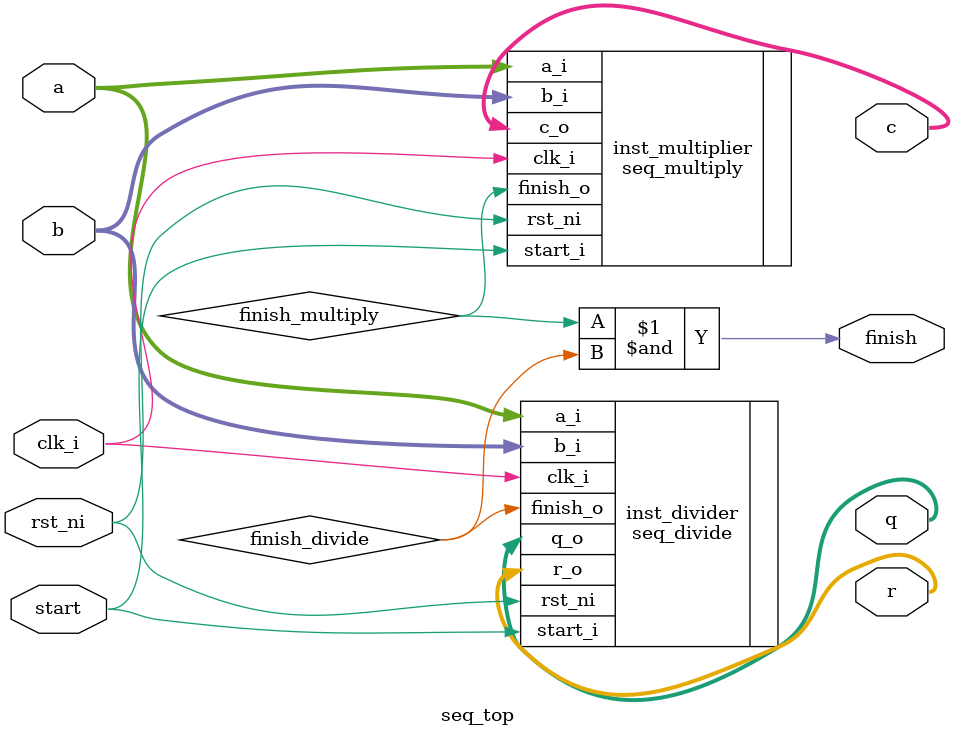
<source format=sv>

module seq_top #(
    parameter  int WidthA = 32,
    parameter  int WidthB = 32,
    localparam int WidthC = WidthA + WidthB
) (
    input               clk_i,
    input               rst_ni,

    input  [WidthA-1:0] a,
    input  [WidthA-1:0] b,
    input               start,

    output [WidthC-1:0] c,
    output [WidthA-1:0] q,
    output [WidthB-1:0] r,
    output              finish
);

    logic finish_multiply, finish_divide;

    seq_multiply #(
        .WidthA (WidthA),
        .WidthB (WidthB)
    ) inst_multiplier (
        .clk_i    (clk_i),
        .rst_ni   (rst_ni),

        .a_i      (a),
        .b_i      (b),
        .start_i  (start),

        .c_o      (c),
        .finish_o (finish_multiply)
    );

    seq_divide #(
        .WidthA (WidthA),
        .WidthB (WidthB)
    ) inst_divider (
        .clk_i    (clk_i),
        .rst_ni   (rst_ni),

        .a_i      (a),
        .b_i      (b),
        .start_i  (start),

        .q_o      (q),
        .r_o      (r),
        .finish_o (finish_divide)
    );

    assign finish = finish_multiply & finish_divide;

endmodule


</source>
